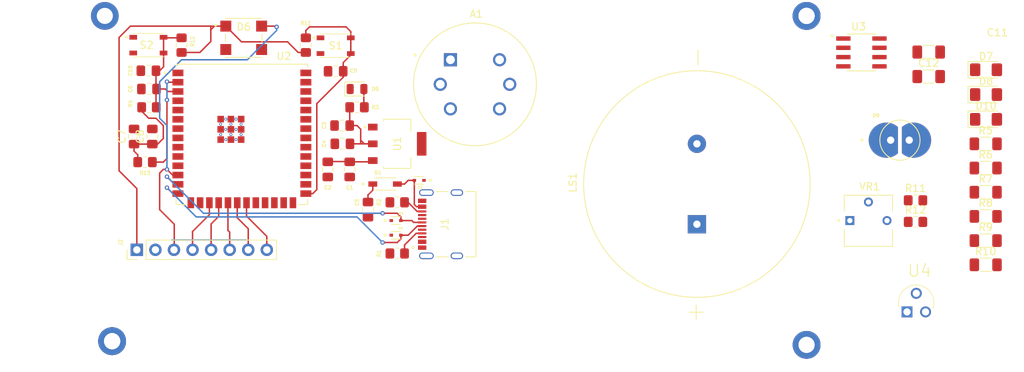
<source format=kicad_pcb>
(kicad_pcb (version 20241229) (generator "pcbnew") (generator_version "9.0")
  (layers (0 "F.Cu" signal) (2 "B.Cu" signal) (13 "F.Paste" user) (15 "B.Paste" user) (5 "F.SilkS" user "F.Silkscreen") (7 "B.SilkS" user "B.Silkscreen") (1 "F.Mask" user) (3 "B.Mask" user) (25 "Edge.Cuts" user))
  (net 0 "")
  (net 1 "A0")
  (net 2 "VCC_5V")
  (net 3 "VCC_3V3")
  (net 4 "CHIP_PU")
  (net 5 "ESP_3V3")
  (net 6 "GPIO0")
  (net 7 "Net-(D1-PadA)")
  (net 8 "D-")
  (net 9 "D+")
  (net 10 "Net-(D5-A)")
  (net 13 "Net-(J1-CC2)")
  (net 14 "Net-(J1-CC1)")
  (net 23 "CS")
  (net 24 "CLK")
  (net 29 "DIN")
  (net 32 "DC")
  (net 33 "RST")
  (net 47 "BL")
  (net 49 "5V")
  (net 50 "Net-(U2-3V3)")
  (net 51 "RGB")
  (net 52 "Net-(D7-A)")
  (net 53 "OUT")
  (net 54 "Net-(D8-A)")
  (net 55 "Net-(U4-B)")
  (net 56 "Net-(D10-A)")
  (net 60 "Net-(U3-1IN-)")
  (footprint "LED_SMD:LED_0805_2012Metric" (layer "F.Cu") (at 150 55)
    (property "Reference" "D5")
    (property "Value" "LED")
  )
  (footprint "3362P-1-503LF:TRIM_3362P-1-503LF" (layer "F.Cu") (at 219.96 73)
    (property "Reference" "VR1")
    (property "Value" "3362P-1-503LF")
  )
  (footprint "Resistor_SMD:R_1206_3216Metric_Pad1.30x1.75mm_HandSolder" (layer "F.Cu") (at 236 79.05)
    (property "Reference" "R10")
    (property "Value" "220")
  )
  (footprint "MountingHole:MountingHole_2.2mm_M2_DIN965_Pad" (layer "F.Cu") (at 211.5 90)
    (property "Reference" "REF**" (hide yes))
    (property "Value" "MountingHole_2.2mm_M2_DIN965_Pad")
  )
  (footprint "Capacitor_SMD:C_0805_2012Metric_Pad1.18x1.45mm_HandSolder" (layer "F.Cu") (at 147.9625 60 180)
    (property "Reference" "C3")
    (property "Value" "10uF")
  )
  (footprint "Resistor_SMD:R_0805_2012Metric_Pad1.20x1.40mm_HandSolder" (layer "F.Cu") (at 150 57.5)
    (property "Reference" "R3")
    (property "Value" "5k1")
  )
  (footprint "Downloaded_from_internet:LED_SK6812" (layer "F.Cu") (at 134.5 48)
    (property "Reference" "D6")
    (property "Value" "SK6812")
  )
  (footprint "Resistor_SMD:R_0805_2012Metric_Pad1.20x1.40mm_HandSolder" (layer "F.Cu") (at 155.5 77.5 180)
    (property "Reference" "R1")
    (property "Value" "5K1")
  )
  (footprint "Resistor_SMD:R_0805_2012Metric_Pad1.20x1.40mm_HandSolder" (layer "F.Cu") (at 143 49 90)
    (property "Reference" "R11")
    (property "Value" "10k")
  )
  (footprint "Capacitor_SMD:C_0805_2012Metric_Pad1.18x1.45mm_HandSolder" (layer "F.Cu") (at 119.5 61.5 90)
    (property "Reference" "C7")
    (property "Value" "0u1F")
  )
  (footprint "LED_SMD:LED_1206_3216Metric_Pad1.42x1.75mm_HandSolder" (layer "F.Cu") (at 236.045 52.37)
    (property "Reference" "D7")
    (property "Value" "LED")
  )
  (footprint "Connector_PinHeader_2.54mm:PinHeader_1x08_P2.54mm_Vertical" (layer "F.Cu") (at 119.88 77 90)
    (property "Reference" "J2")
    (property "Value" "Conn_01x08_Pin")
  )
  (footprint "Capacitor_SMD:C_0805_2012Metric_Pad1.18x1.45mm_HandSolder" (layer "F.Cu") (at 122 61.5 90)
    (property "Reference" "C8")
    (property "Value" "10uF")
  )
  (footprint "Downloaded_from_internet:TVS_LESD5D5.0CT1G" (layer "F.Cu") (at 158.5 67.5 180)
    (property "Reference" "D2")
    (property "Value" "LESD5D5.0CT1G")
  )
  (footprint "Resistor_SMD:R_0805_2012Metric_Pad1.20x1.40mm_HandSolder" (layer "F.Cu") (at 121.5375 57.5)
    (property "Reference" "R4")
    (property "Value" "10k")
  )
  (footprint "Resistor_SMD:R_0805_2012Metric_Pad1.20x1.40mm_HandSolder" (layer "F.Cu") (at 226.401 70.23)
    (property "Reference" "R11")
    (property "Value" "10k")
  )
  (footprint "" (layer "F.Cu") (at 211.5 45)
    (property "Reference" "")
    (property "Value" "")
  )
  (footprint "Capacitor_SMD:C_0805_2012Metric_Pad1.18x1.45mm_HandSolder" (layer "F.Cu") (at 147.075 52.575 180)
    (property "Reference" "C9")
    (property "Value" "0u1F")
  )
  (footprint "Capacitor_SMD:C_0805_2012Metric_Pad1.18x1.45mm_HandSolder" (layer "F.Cu") (at 121.5375 55 180)
    (property "Reference" "C6")
    (property "Value" "1uF")
  )
  (footprint "" (layer "F.Cu") (at 116.5 89.5)
    (property "Reference" "")
    (property "Value" "")
  )
  (footprint "MountingHole:MountingHole_2.2mm_M2_DIN965_Pad" (layer "F.Cu") (at 116.5 89.5)
    (property "Reference" "REF**" (hide yes))
    (property "Value" "MountingHole_2.2mm_M2_DIN965_Pad")
  )
  (footprint "LED_SMD:LED_1206_3216Metric_Pad1.42x1.75mm_HandSolder" (layer "F.Cu") (at 236.045 59.15)
    (property "Reference" "D10")
    (property "Value" "LED")
  )
  (footprint "BC547B:TO127P254X732-3" (layer "F.Cu") (at 227.77644 82.951389)
    (property "Reference" "U4")
    (property "Value" "BC547B")
  )
  (footprint "Resistor_SMD:R_0805_2012Metric_Pad1.20x1.40mm_HandSolder" (layer "F.Cu") (at 226.401 73.18)
    (property "Reference" "R12")
    (property "Value" "10k")
  )
  (footprint "Capacitor_SMD:C_0805_2012Metric_Pad1.18x1.45mm_HandSolder" (layer "F.Cu") (at 151.5 71.5 -90)
    (property "Reference" "C5")
    (property "Value" "10uF")
  )
  (footprint "Resistor_SMD:R_0805_2012Metric_Pad1.20x1.40mm_HandSolder" (layer "F.Cu") (at 155.5 70.5 180)
    (property "Reference" "R2")
    (property "Value" "5K1")
  )
  (footprint "Downloaded_from_internet:TVS_LESD5D5.0CT1G" (layer "F.Cu") (at 155.34 73)
    (property "Reference" "D3")
    (property "Value" "LESD5D5.0CT1G")
  )
  (footprint "" (layer "F.Cu") (at 116.5 89.5)
    (property "Reference" "")
    (property "Value" "")
  )
  (footprint "Resistor_SMD:R_1206_3216Metric_Pad1.30x1.75mm_HandSolder" (layer "F.Cu") (at 236 62.5)
    (property "Reference" "R5")
    (property "Value" "R")
  )
  (footprint "Resistor_SMD:R_1206_3216Metric_Pad1.30x1.75mm_HandSolder" (layer "F.Cu") (at 236 69.12)
    (property "Reference" "R7")
    (property "Value" "R")
  )
  (footprint "Downloaded_from_internet:HRO_TYPE-C-31-M-12" (layer "F.Cu") (at 163.6625 73.5 90)
    (property "Reference" "J1")
    (property "Value" "TYPE-C-31-M-12")
  )
  (footprint "MountingHole:MountingHole_2.2mm_M2_DIN965_Pad" (layer "F.Cu") (at 115.5 45)
    (property "Reference" "REF**" (hide yes))
    (property "Value" "MountingHole_2.2mm_M2_DIN965_Pad")
  )
  (footprint "Downloaded_from_internet:SOT229P700X180-4N" (layer "F.Cu") (at 155.5 62.5 -90)
    (property "Reference" "U1")
    (property "Value" "AMS1117-3.3")
  )
  (footprint "Resistor_SMD:R_1206_3216Metric_Pad1.30x1.75mm_HandSolder" (layer "F.Cu") (at 236 72.43)
    (property "Reference" "R8")
    (property "Value" "R")
  )
  (footprint "Capacitor_SMD:C_0805_2012Metric_Pad1.18x1.45mm_HandSolder" (layer "F.Cu") (at 146 66 -90)
    (property "Reference" "C2")
    (property "Value" "0u1F")
  )
  (footprint "" (layer "F.Cu") (at 116.5 89.5)
    (property "Reference" "")
    (property "Value" "")
  )
  (footprint "" (layer "F.Cu") (at 211.5 45)
    (property "Reference" "")
    (property "Value" "")
  )
  (footprint "" (layer "F.Cu") (at 211.5 90)
    (property "Reference" "")
    (property "Value" "")
  )
  (footprint "Capacitor_SMD:C_0805_2012Metric_Pad1.18x1.45mm_HandSolder" (layer "F.Cu") (at 121.4625 52.5 180)
    (property "Reference" "C10")
    (property "Value" "0u1F")
  )
  (footprint "Downloaded_from_internet:XCVR_ESP32-S3-WROOM-1U-N16R8" (layer "F.Cu") (at 134.25 61.21)
    (property "Reference" "U2")
    (property "Value" "ESP32-S3-WROOM-1U-N16R8")
  )
  (footprint "MQ-7:XDCR_MQ-7" (layer "F.Cu") (at 166.14124 54.35876)
    (property "Reference" "A1")
    (property "Value" "MQ-7")
  )
  (footprint "LM393AD:SOIC127P599X175-8N" (layer "F.Cu") (at 219 50)
    (property "Reference" "U3")
    (property "Value" "LM393AD")
  )
  (footprint "CPI-3116-3-100T:XDCR_CPI-3116-3-100T" (layer "F.Cu") (at 196.5 68 90)
    (property "Reference" "LS1")
    (property "Value" "CPI-3116-3-100T")
  )
  (footprint "SFH_4545:DIO_SFH_4545" (layer "F.Cu") (at 224.27 62)
    (property "Reference" "D9")
    (property "Value" "SFH_4545")
  )
  (footprint "Resistor_SMD:R_0805_2012Metric_Pad1.20x1.40mm_HandSolder" (layer "F.Cu") (at 126 49 90)
    (property "Reference" "R12")
    (property "Value" "10k")
  )
  (footprint "Resistor_SMD:R_1206_3216Metric_Pad1.30x1.75mm_HandSolder" (layer "F.Cu") (at 236 75.74)
    (property "Reference" "R9")
    (property "Value" "R")
  )
  (footprint "MountingHole:MountingHole_2.2mm_M2_DIN965_Pad" (layer "F.Cu") (at 211.5 45)
    (property "Reference" "REF**" (hide yes))
    (property "Value" "MountingHole_2.2mm_M2_DIN965_Pad")
  )
  (footprint "Capacitor_SMD:C_1206_3216Metric_Pad1.33x1.80mm_HandSolder" (layer "F.Cu") (at 228.205 49.9475)
    (property "Reference" "C11")
    (property "Value" "C")
  )
  (footprint "Resistor_SMD:R_0805_2012Metric_Pad1.20x1.40mm_HandSolder" (layer "F.Cu") (at 121 65 180)
    (property "Reference" "R13")
    (property "Value" "10k")
  )
  (footprint "Capacitor_SMD:C_0805_2012Metric_Pad1.18x1.45mm_HandSolder" (layer "F.Cu") (at 148 62.5 180)
    (property "Reference" "C4")
    (property "Value" "10uF")
  )
  (footprint "Downloaded_from_internet:SOD3715X145N" (layer "F.Cu") (at 153.84 68)
    (property "Reference" "D1")
    (property "Value" "1N5819HW-7-F")
  )
  (footprint "Resistor_SMD:R_1206_3216Metric_Pad1.30x1.75mm_HandSolder" (layer "F.Cu") (at 236 65.81)
    (property "Reference" "R6")
    (property "Value" "R")
  )
  (footprint "Downloaded_from_internet:PTS810SJG250SMTRLFS" (layer "F.Cu") (at 121.4625 49)
    (property "Reference" "S2")
    (property "Value" "PTS810SJK250SMTRLFS")
  )
  (footprint "Capacitor_SMD:C_1206_3216Metric_Pad1.33x1.80mm_HandSolder" (layer "F.Cu") (at 228.205 53.2975)
    (property "Reference" "C12")
    (property "Value" "C")
  )
  (footprint "Downloaded_from_internet:TVS_LESD5D5.0CT1G" (layer "F.Cu") (at 155.34 75)
    (property "Reference" "D4")
    (property "Value" "LESD5D5.0CT1G")
  )
  (footprint "Capacitor_SMD:C_0805_2012Metric_Pad1.18x1.45mm_HandSolder" (layer "F.Cu") (at 149 66 -90)
    (property "Reference" "C1")
    (property "Value" "10uF")
  )
  (footprint "Downloaded_from_internet:PTS810SJG250SMTRLFS" (layer "F.Cu") (at 147.075 49.075)
    (property "Reference" "S1")
    (property "Value" "PTS810SJK250SMTRLFS")
  )
  (footprint "" (layer "F.Cu") (at 211.5 45)
    (property "Reference" "")
    (property "Value" "")
  )
  (footprint "LED_SMD:LED_1206_3216Metric_Pad1.42x1.75mm_HandSolder" (layer "F.Cu") (at 236.045 55.76)
    (property "Reference" "D8")
    (property "Value" "LED")
  )
  (segment (start 145.5 64.925) (end 148.9625 64.925) (width 0.2) (layer "F.Cu") (net 2))
  (segment (start 149 64.9625) (end 151.9825 64.9625) (width 0.2) (layer "F.Cu") (net 2))
  (segment (start 148.9625 64.925) (end 149 64.9625) (width 0.2) (layer "F.Cu") (net 2))
  (segment (start 151.9825 64.9625) (end 152.155 64.79) (width 0.2) (layer "F.Cu") (net 2))
  (segment (start 143 50) (end 141.951 50) (width 0.2) (layer "F.Cu") (net 3))
  (segment (start 119 46.4) (end 130 46.4) (width 0.2) (layer "F.Cu") (net 3))
  (segment (start 130 46.9) (end 130.5 46.4) (width 0.2) (layer "F.Cu") (net 3))
  (segment (start 128.5 50) (end 130 48.5) (width 0.2) (layer "F.Cu") (net 3))
  (segment (start 130 46.4) (end 130.5 46.4) (width 0.2) (layer "F.Cu") (net 3))
  (segment (start 117.45 66.19) (end 119.88 68.62) (width 0.2) (layer "F.Cu") (net 3))
  (segment (start 130.5 46.4) (end 132.05 46.4) (width 0.2) (layer "F.Cu") (net 3))
  (segment (start 119.88 68.62) (end 119.88 77) (width 0.2) (layer "F.Cu") (net 3))
  (segment (start 140.5 48.549) (end 134.199 48.549) (width 0.2) (layer "F.Cu") (net 3))
  (segment (start 126 50) (end 128.5 50) (width 0.2) (layer "F.Cu") (net 3))
  (segment (start 117.45 47.95) (end 117.45 66.19) (width 0.2) (layer "F.Cu") (net 3))
  (segment (start 119 46.4) (end 117.45 47.95) (width 0.2) (layer "F.Cu") (net 3))
  (segment (start 141.951 50) (end 140.5 48.549) (width 0.2) (layer "F.Cu") (net 3))
  (segment (start 130 48.5) (end 130 46.9) (width 0.2) (layer "F.Cu") (net 3))
  (segment (start 130 46.9) (end 130 46.4) (width 0.2) (layer "F.Cu") (net 3))
  (segment (start 134.199 48.549) (end 132.05 46.4) (width 0.2) (layer "F.Cu") (net 3))
  (segment (start 125.5 55.34) (end 124.1225 55.34) (width 0.2) (layer "F.Cu") (net 4))
  (segment (start 123.7825 55) (end 124.1225 55.34) (width 0.2) (layer "F.Cu") (net 4))
  (segment (start 123 52.5) (end 123.5375 51.9625) (width 0.2) (layer "F.Cu") (net 4))
  (segment (start 123.5375 51.9625) (end 123.5375 50.075) (width 0.2) (layer "F.Cu") (net 4))
  (segment (start 123.5375 50.075) (end 123.5375 47.925) (width 0.2) (layer "F.Cu") (net 4))
  (segment (start 123.6125 48) (end 123.5375 47.925) (width 0.2) (layer "F.Cu") (net 4))
  (segment (start 122.575 55) (end 123.7825 55) (width 0.2) (layer "F.Cu") (net 4))
  (segment (start 122.5 52.5) (end 122.5 57.4625) (width 0.2) (layer "F.Cu") (net 4))
  (segment (start 122.5 57.4625) (end 122.5375 57.5) (width 0.2) (layer "F.Cu") (net 4))
  (segment (start 126 48) (end 123.6125 48) (width 0.2) (layer "F.Cu") (net 4))
  (segment (start 122.5 52.5) (end 123 52.5) (width 0.2) (layer "F.Cu") (net 4))
  (segment (start 150.5 62.5) (end 149.0425 62.5) (width 0.2) (layer "F.Cu") (net 5))
  (segment (start 149.0425 62.5) (end 149.0375 62.505) (width 0.2) (layer "F.Cu") (net 5))
  (segment (start 120 65) (end 120 64) (width 0.2) (layer "F.Cu") (net 5))
  (segment (start 152.155 62.5) (end 151 62.5) (width 0.2) (layer "F.Cu") (net 5))
  (segment (start 120 64) (end 119.5 63.5) (width 0.2) (layer "F.Cu") (net 5))
  (segment (start 122.725 62.5375) (end 123.5 61.7625) (width 0.2) (layer "F.Cu") (net 5))
  (segment (start 150 60) (end 149 60) (width 0.2) (layer "F.Cu") (net 5))
  (segment (start 122 62.5375) (end 122.725 62.5375) (width 0.2) (layer "F.Cu") (net 5))
  (segment (start 120.5375 58.0375) (end 120.5375 57.5) (width 0.2) (layer "F.Cu") (net 5))
  (segment (start 119.5 63.5) (end 119.5 62.5375) (width 0.2) (layer "F.Cu") (net 5))
  (segment (start 122.5 59) (end 121.5 59) (width 0.2) (layer "F.Cu") (net 5))
  (segment (start 151 62.5) (end 150.5 62.5) (width 0.2) (layer "F.Cu") (net 5))
  (segment (start 150.5 62.5) (end 150.5 62) (width 0.2) (layer "F.Cu") (net 5))
  (segment (start 119.5 62.5375) (end 122 62.5375) (width 0.2) (layer "F.Cu") (net 5))
  (segment (start 123.5 60) (end 122.5 59) (width 0.2) (layer "F.Cu") (net 5))
  (segment (start 150.5 60.5) (end 150 60) (width 0.2) (layer "F.Cu") (net 5))
  (segment (start 123.5 61.7625) (end 123.5 60) (width 0.2) (layer "F.Cu") (net 5))
  (segment (start 150.5 62) (end 150.5 60.5) (width 0.2) (layer "F.Cu") (net 5))
  (segment (start 151 62.5) (end 150.5 62) (width 0.2) (layer "F.Cu") (net 5))
  (segment (start 121.5 59) (end 120.5375 58.0375) (width 0.2) (layer "F.Cu") (net 5))
  (segment (start 152.155 62.5) (end 151.5 62.5) (width 0.2) (layer "F.Cu") (net 5))
  (segment (start 149 60) (end 149 57.5) (width 0.2) (layer "F.Cu") (net 5))
  (segment (start 148.5 46.5) (end 149.15 47.15) (width 0.2) (layer "F.Cu") (net 6))
  (segment (start 149.15 47.15) (end 149.15 48) (width 0.2) (layer "F.Cu") (net 6))
  (segment (start 148.1125 53.3875) (end 144.5 57) (width 0.2) (layer "F.Cu") (net 6))
  (segment (start 143.5 46.5) (end 148.5 46.5) (width 0.2) (layer "F.Cu") (net 6))
  (segment (start 148.1125 52.575) (end 148.1125 51.3875) (width 0.2) (layer "F.Cu") (net 6))
  (segment (start 144.5 57) (end 144.5 57.5) (width 0.2) (layer "F.Cu") (net 6))
  (segment (start 148.1125 52.575) (end 147.925 52.575) (width 0.2) (layer "F.Cu") (net 6))
  (segment (start 148.1125 51.3875) (end 149.15 50.35) (width 0.2) (layer "F.Cu") (net 6))
  (segment (start 149.15 50.35) (end 149.15 50.15) (width 0.2) (layer "F.Cu") (net 6))
  (segment (start 143.95 69.31) (end 143 69.31) (width 0.2) (layer "F.Cu") (net 6))
  (segment (start 143 47) (end 143.5 46.5) (width 0.2) (layer "F.Cu") (net 6))
  (segment (start 149.15 48) (end 149.15 50.15) (width 0.2) (layer "F.Cu") (net 6))
  (segment (start 148.1125 52.575) (end 148.1125 53.3875) (width 0.2) (layer "F.Cu") (net 6))
  (segment (start 143 48) (end 143 47) (width 0.2) (layer "F.Cu") (net 6))
  (segment (start 144.5 68.76) (end 143.95 69.31) (width 0.2) (layer "F.Cu") (net 6))
  (segment (start 144.5 57.5) (end 144.5 68.76) (width 0.2) (layer "F.Cu") (net 6))
  (segment (start 157.84 67.5) (end 157 67.5) (width 0.2) (layer "F.Cu") (net 7))
  (segment (start 157.84 70.7975) (end 158.1425 71.1) (width 0.2) (layer "F.Cu") (net 7))
  (segment (start 156.5 68) (end 155.52 68) (width 0.2) (layer "F.Cu") (net 7))
  (segment (start 157 67.5) (end 156.5 68) (width 0.2) (layer "F.Cu") (net 7))
  (segment (start 157.84 67.5) (end 157.84 70.7975) (width 0.2) (layer "F.Cu") (net 7))
  (segment (start 158.1425 71.1) (end 158.9125 71.1) (width 0.2) (layer "F.Cu") (net 7))
  (segment (start 156 72.5) (end 155.5 72) (width 0.2) (layer "F.Cu") (net 8))
  (segment (start 155.5 72) (end 153.5 72) (width 0.2) (layer "F.Cu") (net 8))
  (segment (start 157.75 73.25) (end 158.9125 73.25) (width 0.2) (layer "F.Cu") (net 8))
  (segment (start 157.5 73) (end 157.75 73.25) (width 0.2) (layer "F.Cu") (net 8))
  (segment (start 125.5 68.04) (end 125.04 68.04) (width 0.2) (layer "F.Cu") (net 8))
  (segment (start 125.04 68.04) (end 124 67) (width 0.2) (layer "F.Cu") (net 8))
  (segment (start 156 73) (end 156 72.5) (width 0.2) (layer "F.Cu") (net 8))
  (segment (start 156 73) (end 157.5 73) (width 0.2) (layer "F.Cu") (net 8))
  (via (at 153.5 72) (size 0.6) (drill 0.3) (layers "F.Cu" "B.Cu") (net 8))
  (via (at 124 67) (size 0.6) (drill 0.3) (layers "F.Cu" "B.Cu") (net 8))
  (segment (start 153.5 72) (end 129 72) (width 0.2) (layer "B.Cu") (net 8))
  (segment (start 129 72) (end 124 67) (width 0.2) (layer "B.Cu") (net 8))
  (segment (start 156 75.5) (end 155.5 76) (width 0.2) (layer "F.Cu") (net 9))
  (segment (start 124.81 69.31) (end 124 68.5) (width 0.2) (layer "F.Cu") (net 9))
  (segment (start 157 75) (end 156 75) (width 0.2) (layer "F.Cu") (net 9))
  (segment (start 155.5 76) (end 153.5 76) (width 0.2) (layer "F.Cu") (net 9))
  (segment (start 158.9125 73.75) (end 158.25 73.75) (width 0.2) (layer "F.Cu") (net 9))
  (segment (start 125.5 69.31) (end 124.81 69.31) (width 0.2) (layer "F.Cu") (net 9))
  (segment (start 156 75) (end 156 75.5) (width 0.2) (layer "F.Cu") (net 9))
  (segment (start 158.25 73.75) (end 157 75) (width 0.2) (layer "F.Cu") (net 9))
  (via (at 124 68.5) (size 0.6) (drill 0.3) (layers "F.Cu" "B.Cu") (net 9))
  (via (at 153.5 76) (size 0.6) (drill 0.3) (layers "F.Cu" "B.Cu") (net 9))
  (segment (start 150 72.5) (end 128 72.5) (width 0.2) (layer "B.Cu") (net 9))
  (segment (start 153.5 76) (end 150 72.5) (width 0.2) (layer "B.Cu") (net 9))
  (segment (start 128 72.5) (end 124 68.5) (width 0.2) (layer "B.Cu") (net 9))
  (segment (start 151 57.5) (end 151 57) (width 0.2) (layer "F.Cu") (net 10))
  (segment (start 150.9375 56.9375) (end 150.9375 55) (width 0.2) (layer "F.Cu") (net 10))
  (segment (start 151 57.5) (end 151.5 57.5) (width 0.2) (layer "F.Cu") (net 10))
  (segment (start 151 57) (end 150.9375 56.9375) (width 0.2) (layer "F.Cu") (net 10))
  (segment (start 156.5 70.5) (end 156.9754 70.5) (width 0.2) (layer "F.Cu") (net 13))
  (segment (start 156.9754 70.5) (end 158.2254 71.75) (width 0.2) (layer "F.Cu") (net 13))
  (segment (start 158.2254 71.75) (end 158.9125 71.75) (width 0.2) (layer "F.Cu") (net 13))
  (segment (start 156.5 76.3405) (end 158.0905 74.75) (width 0.2) (layer "F.Cu") (net 14))
  (segment (start 158.0905 74.75) (end 158.9125 74.75) (width 0.2) (layer "F.Cu") (net 14))
  (segment (start 156.5 77.5) (end 156.5 76.3405) (width 0.2) (layer "F.Cu") (net 14))
  (segment (start 131.075 70.56) (end 131.075 72.425) (width 0.2) (layer "F.Cu") (net 23))
  (segment (start 130.04 73.46) (end 130.04 77) (width 0.2) (layer "F.Cu") (net 23))
  (segment (start 131.075 72.425) (end 130.04 73.46) (width 0.2) (layer "F.Cu") (net 23))
  (segment (start 127.5 74.5) (end 127.5 77) (width 0.2) (layer "F.Cu") (net 24))
  (segment (start 128.5 73.5) (end 129.805 72.195) (width 0.2) (layer "F.Cu") (net 24))
  (segment (start 129.805 72.195) (end 129.805 70.56) (width 0.2) (layer "F.Cu") (net 24))
  (segment (start 128.5 73.5) (end 127.5 74.5) (width 0.2) (layer "F.Cu") (net 24))
  (segment (start 123 71.5) (end 125 73.5) (width 0.2) (layer "F.Cu") (net 29))
  (segment (start 125.5 66.77) (end 124.77 66.77) (width 0.2) (layer "F.Cu") (net 29))
  (segment (start 125 73.5) (end 125 76.96) (width 0.2) (layer "F.Cu") (net 29))
  (segment (start 138.9 46.4) (end 139 46.5) (width 0.2) (layer "F.Cu") (net 29))
  (segment (start 123.5 66) (end 123 66.5) (width 0.2) (layer "F.Cu") (net 29))
  (segment (start 124.77 66.77) (end 124 66) (width 0.2) (layer "F.Cu") (net 29))
  (segment (start 123 66.5) (end 123 71.5) (width 0.2) (layer "F.Cu") (net 29))
  (segment (start 125 76.96) (end 124.96 77) (width 0.2) (layer "F.Cu") (net 29))
  (segment (start 136.95 46.4) (end 138.9 46.4) (width 0.2) (layer "F.Cu") (net 29))
  (segment (start 124 66) (end 123.5 66) (width 0.2) (layer "F.Cu") (net 29))
  (via (at 139 46.5) (size 0.6) (drill 0.3) (layers "F.Cu" "B.Cu") (net 29))
  (via (at 124 66) (size 0.6) (drill 0.3) (layers "F.Cu" "B.Cu") (net 29))
  (segment (start 139 46.5) (end 139 47) (width 0.2) (layer "B.Cu") (net 29))
  (segment (start 123 59) (end 124 60) (width 0.2) (layer "B.Cu") (net 29))
  (segment (start 124 60) (end 124 66) (width 0.2) (layer "B.Cu") (net 29))
  (segment (start 123 54) (end 123 59) (width 0.2) (layer "B.Cu") (net 29))
  (segment (start 135 51) (end 126 51) (width 0.2) (layer "B.Cu") (net 29))
  (segment (start 126 51) (end 123 54) (width 0.2) (layer "B.Cu") (net 29))
  (segment (start 139 47) (end 135 51) (width 0.2) (layer "B.Cu") (net 29))
  (segment (start 132.58 77) (end 132.58 74.58) (width 0.2) (layer "F.Cu") (net 32))
  (segment (start 132.345 74.345) (end 132.345 70.56) (width 0.2) (layer "F.Cu") (net 32))
  (segment (start 132.58 74.58) (end 132.345 74.345) (width 0.2) (layer "F.Cu") (net 32))
  (segment (start 133.615 72.615) (end 133.615 70.56) (width 0.2) (layer "F.Cu") (net 33))
  (segment (start 135.12 77) (end 135.12 74.12) (width 0.2) (layer "F.Cu") (net 33))
  (segment (start 135.12 74.12) (end 133.615 72.615) (width 0.2) (layer "F.Cu") (net 33))
  (segment (start 134.885 72.385) (end 137.66 75.16) (width 0.2) (layer "F.Cu") (net 47))
  (segment (start 137.66 75.16) (end 137.66 77) (width 0.2) (layer "F.Cu") (net 47))
  (segment (start 134.885 70.56) (end 134.885 72.385) (width 0.2) (layer "F.Cu") (net 47))
  (segment (start 124.653 75.653) (end 134.847 75.653) (width 0.2) (layer "B.Cu") (net 47))
  (segment (start 151.5 69.5) (end 152.16 68.84) (width 0.2) (layer "F.Cu") (net 49))
  (segment (start 145.5375 67.0375) (end 145.5 67) (width 0.2) (layer "F.Cu") (net 49))
  (segment (start 146.9625 60.0375) (end 146.925 60) (width 0.2) (layer "F.Cu") (net 49))
  (segment (start 152.16 68.84) (end 152.16 68) (width 0.2) (layer "F.Cu") (net 49))
  (segment (start 146.925 60) (end 146.925 59.425) (width 0.2) (layer "F.Cu") (net 49))
  (segment (start 151.5 70.4625) (end 151.5 69.5) (width 0.2) (layer "F.Cu") (net 49))
  (segment (start 122 65) (end 123.5 65) (width 0.2) (layer "F.Cu") (net 50))
  (segment (start 125.5 54.07) (end 124.07 54.07) (width 0.2) (layer "F.Cu") (net 50))
  (segment (start 123.5 65) (end 124 64.5) (width 0.2) (layer "F.Cu") (net 50))
  (segment (start 124 64.5) (end 124 56.5) (width 0.2) (layer "F.Cu") (net 50))
  (via (at 124 54) (size 0.6) (drill 0.3) (layers "F.Cu" "B.Cu") (net 50))
  (via (at 124 56.5) (size 0.6) (drill 0.3) (layers "F.Cu" "B.Cu") (net 50))
  (segment (start 124 56.5) (end 124 54) (width 0.2) (layer "B.Cu") (net 50))
)
</source>
